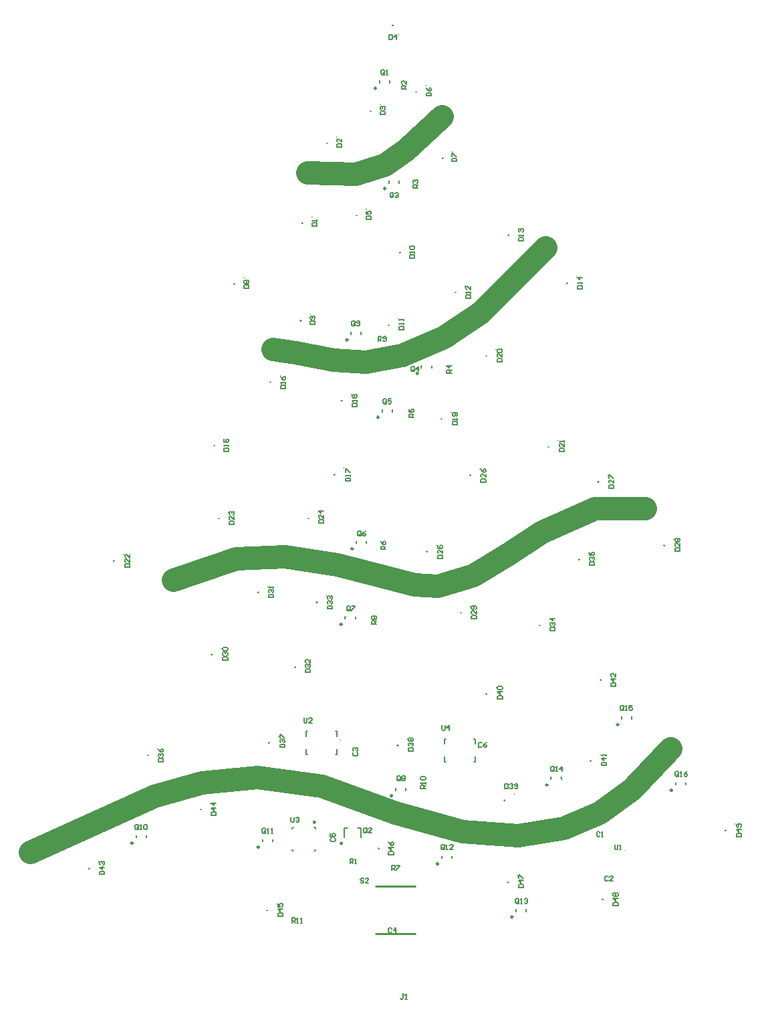
<source format=gbr>
%TF.GenerationSoftware,Altium Limited,Altium Designer,21.4.1 (30)*%
G04 Layer_Color=65535*
%FSLAX26Y26*%
%MOIN*%
%TF.SameCoordinates,C79CEFAC-E130-474B-83DD-F1A68A00FB65*%
%TF.FilePolarity,Positive*%
%TF.FileFunction,Legend,Top*%
%TF.Part,Single*%
G01*
G75*
%TA.AperFunction,NonConductor*%
%ADD39C,0.010000*%
%ADD40C,0.005000*%
%ADD41C,0.006000*%
%ADD47C,0.003937*%
%ADD48C,0.009842*%
%ADD49C,0.007874*%
%ADD50C,0.118110*%
D39*
X-98425Y848890D02*
X98425D01*
X-98425Y1085110D02*
X98425D01*
D40*
X1695100Y1394000D02*
G03*
X1695100Y1394000I-100J0D01*
G01*
X414530Y1775322D02*
G03*
X414530Y1775322I-10J0D01*
G01*
X-274470Y1812322D02*
G03*
X-274470Y1812322I-10J0D01*
G01*
X-72900Y4979000D02*
G03*
X-72900Y4979000I-100J0D01*
G01*
X19100Y5327000D02*
G03*
X19100Y5327000I-100J0D01*
G01*
X-143900Y4458000D02*
G03*
X-143900Y4458000I-100J0D01*
G01*
X-413900Y4419299D02*
G03*
X-413900Y4419299I-100J0D01*
G01*
X154100Y5075000D02*
G03*
X154100Y5075000I-100J0D01*
G01*
X286100Y4744000D02*
G03*
X286100Y4744000I-100J0D01*
G01*
X-754900Y4116000D02*
G03*
X-754900Y4116000I-100J0D01*
G01*
X-421900Y3934299D02*
G03*
X-421900Y3934299I-100J0D01*
G01*
X72100Y4273299D02*
G03*
X72100Y4273299I-100J0D01*
G01*
X16100Y3912000D02*
G03*
X16100Y3912000I-100J0D01*
G01*
X349100Y4075000D02*
G03*
X349100Y4075000I-100J0D01*
G01*
X614100Y4360701D02*
G03*
X614100Y4360701I-100J0D01*
G01*
X905100Y4120701D02*
G03*
X905100Y4120701I-100J0D01*
G01*
X-854900Y3312299D02*
G03*
X-854900Y3312299I-100J0D01*
G01*
X-572900Y3628000D02*
G03*
X-572900Y3628000I-100J0D01*
G01*
X-254900Y3167000D02*
G03*
X-254900Y3167000I-100J0D01*
G01*
X-218900Y3535299D02*
G03*
X-218900Y3535299I-100J0D01*
G01*
X280100Y3444701D02*
G03*
X280100Y3444701I-100J0D01*
G01*
X503100Y3759000D02*
G03*
X503100Y3759000I-100J0D01*
G01*
X813100Y3305701D02*
G03*
X813100Y3305701I-100J0D01*
G01*
X-1353900Y2737299D02*
G03*
X-1353900Y2737299I-100J0D01*
G01*
X-830900Y2948299D02*
G03*
X-830900Y2948299I-100J0D01*
G01*
X-382900Y2949000D02*
G03*
X-382900Y2949000I-100J0D01*
G01*
X207100Y2783299D02*
G03*
X207100Y2783299I-100J0D01*
G01*
X424100Y3163000D02*
G03*
X424100Y3163000I-100J0D01*
G01*
X1061100Y3129701D02*
G03*
X1061100Y3129701I-100J0D01*
G01*
X1390100Y2812701D02*
G03*
X1390100Y2812701I-100J0D01*
G01*
X-866900Y2270299D02*
G03*
X-866900Y2270299I-100J0D01*
G01*
X-633900Y2579299D02*
G03*
X-633900Y2579299I-100J0D01*
G01*
X-449900Y2206299D02*
G03*
X-449900Y2206299I-100J0D01*
G01*
X-341900Y2530000D02*
G03*
X-341900Y2530000I-100J0D01*
G01*
X376100Y2478000D02*
G03*
X376100Y2478000I-100J0D01*
G01*
X769100Y2415299D02*
G03*
X769100Y2415299I-100J0D01*
G01*
X965100Y2743299D02*
G03*
X965100Y2743299I-100J0D01*
G01*
X-1182900Y1769000D02*
G03*
X-1182900Y1769000I-100J0D01*
G01*
X-580900Y1830000D02*
G03*
X-580900Y1830000I-100J0D01*
G01*
X61100Y1816299D02*
G03*
X61100Y1816299I-100J0D01*
G01*
X594100Y1543299D02*
G03*
X594100Y1543299I-100J0D01*
G01*
X504100Y2074299D02*
G03*
X504100Y2074299I-100J0D01*
G01*
X1023100Y1739299D02*
G03*
X1023100Y1739299I-100J0D01*
G01*
X1074100Y2143000D02*
G03*
X1074100Y2143000I-100J0D01*
G01*
X-1477900Y1204000D02*
G03*
X-1477900Y1204000I-100J0D01*
G01*
X-920900Y1498000D02*
G03*
X-920900Y1498000I-100J0D01*
G01*
X-589900Y995000D02*
G03*
X-589900Y995000I-100J0D01*
G01*
X-32900Y1303299D02*
G03*
X-32900Y1303299I-100J0D01*
G01*
X611100Y1135000D02*
G03*
X611100Y1135000I-100J0D01*
G01*
X1083100Y1050701D02*
G03*
X1083100Y1050701I-100J0D01*
G01*
X-290900Y4818000D02*
G03*
X-290900Y4818000I-100J0D01*
G01*
X1645000Y1364000D02*
X1649000D01*
X1647000Y1362000D02*
X1649000Y1364000D01*
X1645000D02*
X1647000Y1362000D01*
X-123000Y4949000D02*
X-119000D01*
X-121000Y4947000D02*
X-119000Y4949000D01*
X-123000D02*
X-121000Y4947000D01*
X-13000Y5375000D02*
X-11000Y5377000D01*
X-13000Y5375000D02*
X-11000Y5373000D01*
Y5377000D01*
X-194000Y4428000D02*
X-190000D01*
X-192000Y4426000D02*
X-190000Y4428000D01*
X-194000D02*
X-192000Y4426000D01*
X-464000Y4389299D02*
X-462000Y4387299D01*
X-460000Y4389299D01*
X-464000D02*
X-460000D01*
X104000Y5045000D02*
X108000D01*
X106000Y5043000D02*
X108000Y5045000D01*
X104000D02*
X106000Y5043000D01*
X236000Y4714000D02*
X238000Y4712000D01*
X240000Y4714000D01*
X236000D02*
X240000D01*
X-805000Y4086000D02*
X-801000D01*
X-803000Y4084000D02*
X-801000Y4086000D01*
X-805000D02*
X-803000Y4084000D01*
X-472000Y3904299D02*
X-470000Y3902299D01*
X-468000Y3904299D01*
X-472000D02*
X-468000D01*
X22000Y4243299D02*
X26000D01*
X24000Y4241299D02*
X26000Y4243299D01*
X22000D02*
X24000Y4241299D01*
X-34000Y3882000D02*
X-32000Y3880000D01*
X-30000Y3882000D01*
X-34000D02*
X-30000D01*
X299000Y4045000D02*
X303000D01*
X301000Y4043000D02*
X303000Y4045000D01*
X299000D02*
X301000Y4043000D01*
X564000Y4330701D02*
X566000Y4328701D01*
X568000Y4330701D01*
X564000D02*
X568000D01*
X855000Y4090701D02*
X859000D01*
X857000Y4088701D02*
X859000Y4090701D01*
X855000D02*
X857000Y4088701D01*
X-905000Y3282299D02*
X-903000Y3280299D01*
X-901000Y3282299D01*
X-905000D02*
X-901000D01*
X-623000Y3598000D02*
X-619000D01*
X-621000Y3596000D02*
X-619000Y3598000D01*
X-623000D02*
X-621000Y3596000D01*
X-305000Y3137000D02*
X-303000Y3135000D01*
X-301000Y3137000D01*
X-305000D02*
X-301000D01*
X-269000Y3505299D02*
X-265000D01*
X-267000Y3503299D02*
X-265000Y3505299D01*
X-269000D02*
X-267000Y3503299D01*
X230000Y3414701D02*
X232000Y3412701D01*
X234000Y3414701D01*
X230000D02*
X234000D01*
X453000Y3729000D02*
X457000D01*
X455000Y3727000D02*
X457000Y3729000D01*
X453000D02*
X455000Y3727000D01*
X763000Y3275701D02*
X765000Y3273701D01*
X767000Y3275701D01*
X763000D02*
X767000D01*
X-1404000Y2707299D02*
X-1400000D01*
X-1402000Y2705299D02*
X-1400000Y2707299D01*
X-1404000D02*
X-1402000Y2705299D01*
X-881000Y2918299D02*
X-879000Y2916299D01*
X-877000Y2918299D01*
X-881000D02*
X-877000D01*
X-433000Y2919000D02*
X-429000D01*
X-431000Y2917000D02*
X-429000Y2919000D01*
X-433000D02*
X-431000Y2917000D01*
X157000Y2753299D02*
X159000Y2751299D01*
X161000Y2753299D01*
X157000D02*
X161000D01*
X374000Y3133000D02*
X378000D01*
X376000Y3131000D02*
X378000Y3133000D01*
X374000D02*
X376000Y3131000D01*
X1011000Y3099701D02*
X1013000Y3097701D01*
X1015000Y3099701D01*
X1011000D02*
X1015000D01*
X1340000Y2782701D02*
X1344000D01*
X1342000Y2780701D02*
X1344000Y2782701D01*
X1340000D02*
X1342000Y2780701D01*
X-917000Y2240299D02*
X-915000Y2238299D01*
X-913000Y2240299D01*
X-917000D02*
X-913000D01*
X-684000Y2549299D02*
X-680000D01*
X-682000Y2547299D02*
X-680000Y2549299D01*
X-684000D02*
X-682000Y2547299D01*
X-500000Y2176299D02*
X-498000Y2174299D01*
X-496000Y2176299D01*
X-500000D02*
X-496000D01*
X-392000Y2500000D02*
X-388000D01*
X-390000Y2498000D02*
X-388000Y2500000D01*
X-392000D02*
X-390000Y2498000D01*
X326000Y2448000D02*
X328000Y2446000D01*
X330000Y2448000D01*
X326000D02*
X330000D01*
X719000Y2385299D02*
X723000D01*
X721000Y2383299D02*
X723000Y2385299D01*
X719000D02*
X721000Y2383299D01*
X915000Y2713299D02*
X917000Y2711299D01*
X919000Y2713299D01*
X915000D02*
X919000D01*
X-1233000Y1739000D02*
X-1229000D01*
X-1231000Y1737000D02*
X-1229000Y1739000D01*
X-1233000D02*
X-1231000Y1737000D01*
X-631000Y1800000D02*
X-629000Y1798000D01*
X-627000Y1800000D01*
X-631000D02*
X-627000D01*
X11000Y1786299D02*
X15000D01*
X13000Y1784299D02*
X15000Y1786299D01*
X11000D02*
X13000Y1784299D01*
X544000Y1513299D02*
X546000Y1511299D01*
X548000Y1513299D01*
X544000D02*
X548000D01*
X454000Y2044299D02*
X458000D01*
X456000Y2042299D02*
X458000Y2044299D01*
X454000D02*
X456000Y2042299D01*
X973000Y1709299D02*
X975000Y1707299D01*
X977000Y1709299D01*
X973000D02*
X977000D01*
X1024000Y2113000D02*
X1028000D01*
X1026000Y2111000D02*
X1028000Y2113000D01*
X1024000D02*
X1026000Y2111000D01*
X-1528000Y1174000D02*
X-1526000Y1172000D01*
X-1524000Y1174000D01*
X-1528000D02*
X-1524000D01*
X-971000Y1468000D02*
X-967000D01*
X-969000Y1466000D02*
X-967000Y1468000D01*
X-971000D02*
X-969000Y1466000D01*
X-640000Y965000D02*
X-638000Y963000D01*
X-636000Y965000D01*
X-640000D02*
X-636000D01*
X-83000Y1273299D02*
X-79000D01*
X-81000Y1271299D02*
X-79000Y1273299D01*
X-83000D02*
X-81000Y1271299D01*
X561000Y1105000D02*
X563000Y1103000D01*
X565000Y1105000D01*
X561000D02*
X565000D01*
X1033000Y1020701D02*
X1037000D01*
X1035000Y1018701D02*
X1037000Y1020701D01*
X1033000D02*
X1035000Y1018701D01*
X-341000Y4788000D02*
X-337000D01*
X-339000Y4786000D02*
X-337000Y4788000D01*
X-341000D02*
X-339000Y4786000D01*
D41*
X-513991Y902004D02*
Y925996D01*
X-501995D01*
X-497997Y921997D01*
Y914000D01*
X-501995Y910001D01*
X-513991D01*
X-505994D02*
X-497997Y902004D01*
X-489999D02*
X-482002D01*
X-486001D01*
Y925996D01*
X-489999Y921997D01*
X-470006Y902004D02*
X-462008D01*
X-466007D01*
Y925996D01*
X-470006Y921997D01*
X234000Y1885992D02*
Y1865999D01*
X237999Y1862000D01*
X245996D01*
X249995Y1865999D01*
Y1885992D01*
X269988Y1862000D02*
Y1885992D01*
X257992Y1873996D01*
X273987D01*
X-455000Y1922992D02*
Y1902999D01*
X-451001Y1899000D01*
X-443004D01*
X-439005Y1902999D01*
Y1922992D01*
X-415013Y1899000D02*
X-431008D01*
X-415013Y1914995D01*
Y1918994D01*
X-419012Y1922992D01*
X-427009D01*
X-431008Y1918994D01*
X1095005Y1290996D02*
Y1271003D01*
X1099004Y1267004D01*
X1107001D01*
X1111000Y1271003D01*
Y1290996D01*
X1118997Y1267004D02*
X1126995D01*
X1122996D01*
Y1290996D01*
X1118997Y1286997D01*
X-518994Y1426996D02*
Y1407003D01*
X-514995Y1403004D01*
X-506997D01*
X-502999Y1407003D01*
Y1426996D01*
X-495001Y1422997D02*
X-491003Y1426996D01*
X-483005D01*
X-479007Y1422997D01*
Y1418999D01*
X-483005Y1415000D01*
X-487004D01*
X-483005D01*
X-479007Y1411001D01*
Y1407003D01*
X-483005Y1403004D01*
X-491003D01*
X-495001Y1407003D01*
X-199999Y3882003D02*
Y3897997D01*
X-203997Y3901996D01*
X-211995D01*
X-215994Y3897997D01*
Y3882003D01*
X-211995Y3878004D01*
X-203997D01*
X-207996Y3886001D02*
X-199999Y3878004D01*
X-203997D02*
X-199999Y3882003D01*
X-192001D02*
X-188003Y3878004D01*
X-180005D01*
X-176006Y3882003D01*
Y3897997D01*
X-180005Y3901996D01*
X-188003D01*
X-192001Y3897997D01*
Y3893999D01*
X-188003Y3890000D01*
X-176006D01*
X-139999Y1355003D02*
Y1370997D01*
X-143997Y1374996D01*
X-151995D01*
X-155994Y1370997D01*
Y1355003D01*
X-151995Y1351004D01*
X-143997D01*
X-147996Y1359001D02*
X-139999Y1351004D01*
X-143997D02*
X-139999Y1355003D01*
X-116007Y1351004D02*
X-132001D01*
X-116007Y1366999D01*
Y1370997D01*
X-120005Y1374996D01*
X-128003D01*
X-132001Y1370997D01*
X1020995Y1351994D02*
X1016996Y1355992D01*
X1008999D01*
X1005000Y1351994D01*
Y1335999D01*
X1008999Y1332000D01*
X1016996D01*
X1020995Y1335999D01*
X1028992Y1332000D02*
X1036990D01*
X1032991D01*
Y1355992D01*
X1028992Y1351994D01*
X1062001Y1129997D02*
X1058003Y1133996D01*
X1050005D01*
X1046006Y1129997D01*
Y1114003D01*
X1050005Y1110004D01*
X1058003D01*
X1062001Y1114003D01*
X1085994Y1110004D02*
X1069999D01*
X1085994Y1125999D01*
Y1129997D01*
X1081995Y1133996D01*
X1073997D01*
X1069999Y1129997D01*
X-155999Y1119997D02*
X-159997Y1123996D01*
X-167995D01*
X-171994Y1119997D01*
Y1115999D01*
X-167995Y1112000D01*
X-159997D01*
X-155999Y1108001D01*
Y1104003D01*
X-159997Y1100004D01*
X-167995D01*
X-171994Y1104003D01*
X-132006Y1100004D02*
X-148001D01*
X-132006Y1115999D01*
Y1119997D01*
X-136005Y1123996D01*
X-144003D01*
X-148001Y1119997D01*
X-84993Y3801004D02*
Y3824996D01*
X-72997D01*
X-68999Y3820997D01*
Y3813000D01*
X-72997Y3809001D01*
X-84993D01*
X-76996D02*
X-68999Y3801004D01*
X-61001Y3805003D02*
X-57003Y3801004D01*
X-49005D01*
X-45007Y3805003D01*
Y3820997D01*
X-49005Y3824996D01*
X-57003D01*
X-61001Y3820997D01*
Y3816999D01*
X-57003Y3813000D01*
X-45007D01*
X1414005Y1636003D02*
Y1651997D01*
X1410006Y1655996D01*
X1402008D01*
X1398010Y1651997D01*
Y1636003D01*
X1402008Y1632004D01*
X1410006D01*
X1406007Y1640001D02*
X1414005Y1632004D01*
X1410006D02*
X1414005Y1636003D01*
X1422002Y1632004D02*
X1429999D01*
X1426001D01*
Y1655996D01*
X1422002Y1651997D01*
X1457990Y1655996D02*
X1449993Y1651997D01*
X1441995Y1644000D01*
Y1636003D01*
X1445994Y1632004D01*
X1453992D01*
X1457990Y1636003D01*
Y1640001D01*
X1453992Y1644000D01*
X1441995D01*
X151996Y1571010D02*
X128004D01*
Y1583006D01*
X132003Y1587005D01*
X140000D01*
X143999Y1583006D01*
Y1571010D01*
Y1579007D02*
X151996Y1587005D01*
Y1595002D02*
Y1602999D01*
Y1599001D01*
X128004D01*
X132003Y1595002D01*
Y1614995D02*
X128004Y1618994D01*
Y1626992D01*
X132003Y1630990D01*
X147997D01*
X151996Y1626992D01*
Y1618994D01*
X147997Y1614995D01*
X132003D01*
X-92004Y2390006D02*
X-115996D01*
Y2402003D01*
X-111998Y2406001D01*
X-104000D01*
X-100001Y2402003D01*
Y2390006D01*
Y2398004D02*
X-92004Y2406001D01*
X-111998Y2413999D02*
X-115996Y2417997D01*
Y2425995D01*
X-111998Y2429994D01*
X-107999D01*
X-104000Y2425995D01*
X-100001Y2429994D01*
X-96003D01*
X-92004Y2425995D01*
Y2417997D01*
X-96003Y2413999D01*
X-100001D01*
X-104000Y2417997D01*
X-107999Y2413999D01*
X-111998D01*
X-104000Y2417997D02*
Y2425995D01*
X-16994Y1164004D02*
Y1187996D01*
X-4997D01*
X-999Y1183997D01*
Y1176000D01*
X-4997Y1172001D01*
X-16994D01*
X-8996D02*
X-999Y1164004D01*
X6999Y1187996D02*
X22994D01*
Y1183997D01*
X6999Y1168003D01*
Y1164004D01*
X-47004Y2763006D02*
X-70996D01*
Y2775003D01*
X-66998Y2779001D01*
X-59000D01*
X-55002Y2775003D01*
Y2763006D01*
Y2771004D02*
X-47004Y2779001D01*
X-70996Y2802994D02*
X-66998Y2794996D01*
X-59000Y2786999D01*
X-51003D01*
X-47004Y2790997D01*
Y2798995D01*
X-51003Y2802994D01*
X-55002D01*
X-59000Y2798995D01*
Y2786999D01*
X93996Y3422006D02*
X70004D01*
Y3434003D01*
X74002Y3438001D01*
X82000D01*
X85999Y3434003D01*
Y3422006D01*
Y3430004D02*
X93996Y3438001D01*
X70004Y3461994D02*
Y3445999D01*
X82000D01*
X78001Y3453996D01*
Y3457995D01*
X82000Y3461994D01*
X89997D01*
X93996Y3457995D01*
Y3449997D01*
X89997Y3445999D01*
X281996Y3642006D02*
X258004D01*
Y3654003D01*
X262002Y3658001D01*
X270000D01*
X273998Y3654003D01*
Y3642006D01*
Y3650004D02*
X281996Y3658001D01*
Y3677995D02*
X258004D01*
X270000Y3665999D01*
Y3681994D01*
X112996Y4564007D02*
X89004D01*
Y4576003D01*
X93002Y4580001D01*
X101000D01*
X104999Y4576003D01*
Y4564007D01*
Y4572004D02*
X112996Y4580001D01*
X93002Y4587999D02*
X89004Y4591997D01*
Y4599995D01*
X93002Y4603993D01*
X97001D01*
X101000Y4599995D01*
Y4595996D01*
Y4599995D01*
X104999Y4603993D01*
X108997D01*
X112996Y4599995D01*
Y4591997D01*
X108997Y4587999D01*
X57996Y5058007D02*
X34004D01*
Y5070003D01*
X38002Y5074001D01*
X46000D01*
X49998Y5070003D01*
Y5058007D01*
Y5066004D02*
X57996Y5074001D01*
Y5097993D02*
Y5081999D01*
X42001Y5097993D01*
X38002D01*
X34004Y5093995D01*
Y5085997D01*
X38002Y5081999D01*
X-224995Y1196004D02*
Y1219996D01*
X-212999D01*
X-209000Y1215997D01*
Y1208000D01*
X-212999Y1204001D01*
X-224995D01*
X-216997D02*
X-209000Y1196004D01*
X-201003D02*
X-193005D01*
X-197004D01*
Y1219996D01*
X-201003Y1215997D01*
X1140005Y1964003D02*
Y1979997D01*
X1136006Y1983996D01*
X1128008D01*
X1124010Y1979997D01*
Y1964003D01*
X1128008Y1960004D01*
X1136006D01*
X1132007Y1968001D02*
X1140005Y1960004D01*
X1136006D02*
X1140005Y1964003D01*
X1148002Y1960004D02*
X1155999D01*
X1152001D01*
Y1983996D01*
X1148002Y1979997D01*
X1183990Y1983996D02*
X1167995D01*
Y1972000D01*
X1175993Y1975999D01*
X1179992D01*
X1183990Y1972000D01*
Y1964003D01*
X1179992Y1960004D01*
X1171994D01*
X1167995Y1964003D01*
X793005Y1661003D02*
Y1676997D01*
X789006Y1680996D01*
X781009D01*
X777010Y1676997D01*
Y1661003D01*
X781009Y1657004D01*
X789006D01*
X785007Y1665001D02*
X793005Y1657004D01*
X789006D02*
X793005Y1661003D01*
X801002Y1657004D02*
X808999D01*
X805001D01*
Y1680996D01*
X801002Y1676997D01*
X832992Y1657004D02*
Y1680996D01*
X820995Y1669000D01*
X836990D01*
X617005Y1003003D02*
Y1018997D01*
X613006Y1022996D01*
X605009D01*
X601010Y1018997D01*
Y1003003D01*
X605009Y999004D01*
X613006D01*
X609007Y1007001D02*
X617005Y999004D01*
X613006D02*
X617005Y1003003D01*
X625002Y999004D02*
X632999D01*
X629001D01*
Y1022996D01*
X625002Y1018997D01*
X644995D02*
X648994Y1022996D01*
X656992D01*
X660990Y1018997D01*
Y1014999D01*
X656992Y1011000D01*
X652993D01*
X656992D01*
X660990Y1007001D01*
Y1003003D01*
X656992Y999004D01*
X648994D01*
X644995Y1003003D01*
X246005Y1272003D02*
Y1287997D01*
X242006Y1291996D01*
X234008D01*
X230010Y1287997D01*
Y1272003D01*
X234008Y1268004D01*
X242006D01*
X238007Y1276001D02*
X246005Y1268004D01*
X242006D02*
X246005Y1272003D01*
X254002Y1268004D02*
X261999D01*
X258001D01*
Y1291996D01*
X254002Y1287997D01*
X289990Y1268004D02*
X273995D01*
X289990Y1283999D01*
Y1287997D01*
X285992Y1291996D01*
X277994D01*
X273995Y1287997D01*
X-645997Y1353003D02*
Y1368997D01*
X-649995Y1372996D01*
X-657993D01*
X-661991Y1368997D01*
Y1353003D01*
X-657993Y1349004D01*
X-649995D01*
X-653994Y1357001D02*
X-645997Y1349004D01*
X-649995D02*
X-645997Y1353003D01*
X-637999Y1349004D02*
X-630002D01*
X-634001D01*
Y1372996D01*
X-637999Y1368997D01*
X-618006Y1349004D02*
X-610008D01*
X-614007D01*
Y1372996D01*
X-618006Y1368997D01*
X-1279995Y1372003D02*
Y1387997D01*
X-1283994Y1391996D01*
X-1291992D01*
X-1295990Y1387997D01*
Y1372003D01*
X-1291992Y1368004D01*
X-1283994D01*
X-1287993Y1376001D02*
X-1279995Y1368004D01*
X-1283994D02*
X-1279995Y1372003D01*
X-1271998Y1368004D02*
X-1264001D01*
X-1267999D01*
Y1391996D01*
X-1271998Y1387997D01*
X-1252005D02*
X-1248006Y1391996D01*
X-1240008D01*
X-1236010Y1387997D01*
Y1372003D01*
X-1240008Y1368004D01*
X-1248006D01*
X-1252005Y1372003D01*
Y1387997D01*
X25001Y1613798D02*
Y1629793D01*
X21003Y1633791D01*
X13005D01*
X9007Y1629793D01*
Y1613798D01*
X13005Y1609799D01*
X21003D01*
X17004Y1617797D02*
X25001Y1609799D01*
X21003D02*
X25001Y1613798D01*
X32999Y1629793D02*
X36997Y1633791D01*
X44995D01*
X48993Y1629793D01*
Y1625794D01*
X44995Y1621795D01*
X48993Y1617797D01*
Y1613798D01*
X44995Y1609799D01*
X36997D01*
X32999Y1613798D01*
Y1617797D01*
X36997Y1621795D01*
X32999Y1625794D01*
Y1629793D01*
X36997Y1621795D02*
X44995D01*
X-224999Y2460003D02*
Y2475997D01*
X-228997Y2479996D01*
X-236995D01*
X-240994Y2475997D01*
Y2460003D01*
X-236995Y2456004D01*
X-228997D01*
X-232996Y2464001D02*
X-224999Y2456004D01*
X-228997D02*
X-224999Y2460003D01*
X-217001Y2479996D02*
X-201006D01*
Y2475997D01*
X-217001Y2460003D01*
Y2456004D01*
X-170999Y2834003D02*
Y2849997D01*
X-174997Y2853996D01*
X-182995D01*
X-186994Y2849997D01*
Y2834003D01*
X-182995Y2830004D01*
X-174997D01*
X-178996Y2838001D02*
X-170999Y2830004D01*
X-174997D02*
X-170999Y2834003D01*
X-147006Y2853996D02*
X-155004Y2849997D01*
X-163001Y2842000D01*
Y2834003D01*
X-159003Y2830004D01*
X-151005D01*
X-147006Y2834003D01*
Y2838001D01*
X-151005Y2842000D01*
X-163001D01*
X-42999Y3493003D02*
Y3508997D01*
X-46997Y3512996D01*
X-54995D01*
X-58993Y3508997D01*
Y3493003D01*
X-54995Y3489004D01*
X-46997D01*
X-50996Y3497001D02*
X-42999Y3489004D01*
X-46997D02*
X-42999Y3493003D01*
X-19006Y3512996D02*
X-35001D01*
Y3501000D01*
X-27004Y3504999D01*
X-23005D01*
X-19006Y3501000D01*
Y3493003D01*
X-23005Y3489004D01*
X-31003D01*
X-35001Y3493003D01*
X96001Y3654003D02*
Y3669997D01*
X92003Y3673996D01*
X84005D01*
X80007Y3669997D01*
Y3654003D01*
X84005Y3650004D01*
X92003D01*
X88004Y3658001D02*
X96001Y3650004D01*
X92003D02*
X96001Y3654003D01*
X115995Y3650004D02*
Y3673996D01*
X103999Y3662000D01*
X119993D01*
X-8999Y4520003D02*
Y4535997D01*
X-12997Y4539996D01*
X-20995D01*
X-24994Y4535997D01*
Y4520003D01*
X-20995Y4516004D01*
X-12997D01*
X-16996Y4524001D02*
X-8999Y4516004D01*
X-12997D02*
X-8999Y4520003D01*
X-1001Y4535997D02*
X2997Y4539996D01*
X10995D01*
X14993Y4535997D01*
Y4531999D01*
X10995Y4528000D01*
X6996D01*
X10995D01*
X14993Y4524001D01*
Y4520003D01*
X10995Y4516004D01*
X2997D01*
X-1001Y4520003D01*
X-53000Y5133003D02*
Y5148997D01*
X-56999Y5152996D01*
X-64996D01*
X-68995Y5148997D01*
Y5133003D01*
X-64996Y5129004D01*
X-56999D01*
X-60997Y5137001D02*
X-53000Y5129004D01*
X-56999D02*
X-53000Y5133003D01*
X-45003Y5129004D02*
X-37005D01*
X-41004D01*
Y5152996D01*
X-45003Y5148997D01*
X-290996Y4769007D02*
X-267004D01*
Y4781003D01*
X-271003Y4785001D01*
X-286998D01*
X-290996Y4781003D01*
Y4769007D01*
X-267004Y4808993D02*
Y4792999D01*
X-282999Y4808993D01*
X-286998D01*
X-290996Y4804995D01*
Y4796997D01*
X-286998Y4792999D01*
X1702004Y1331010D02*
X1725996D01*
Y1343006D01*
X1721997Y1347005D01*
X1706003D01*
X1702004Y1343006D01*
Y1331010D01*
X1725996Y1366999D02*
X1702004D01*
X1714000Y1355003D01*
Y1370997D01*
X1721997Y1378995D02*
X1725996Y1382993D01*
Y1390991D01*
X1721997Y1394989D01*
X1706003D01*
X1702004Y1390991D01*
Y1382993D01*
X1706003Y1378995D01*
X1710001D01*
X1714000Y1382993D01*
Y1394989D01*
X1088004Y987010D02*
X1111996D01*
Y999006D01*
X1107997Y1003005D01*
X1092003D01*
X1088004Y999006D01*
Y987010D01*
X1111996Y1022999D02*
X1088004D01*
X1100000Y1011003D01*
Y1026997D01*
X1092003Y1034995D02*
X1088004Y1038993D01*
Y1046991D01*
X1092003Y1050989D01*
X1096001D01*
X1100000Y1046991D01*
X1103999Y1050989D01*
X1107997D01*
X1111996Y1046991D01*
Y1038993D01*
X1107997Y1034995D01*
X1103999D01*
X1100000Y1038993D01*
X1096001Y1034995D01*
X1092003D01*
X1100000Y1038993D02*
Y1046991D01*
X616004Y1077010D02*
X639996D01*
Y1089006D01*
X635997Y1093005D01*
X620003D01*
X616004Y1089006D01*
Y1077010D01*
X639996Y1112999D02*
X616004D01*
X628000Y1101003D01*
Y1116997D01*
X616004Y1124995D02*
Y1140989D01*
X620003D01*
X635997Y1124995D01*
X639996D01*
X-31996Y1241010D02*
X-8004D01*
Y1253006D01*
X-12003Y1257005D01*
X-27997D01*
X-31996Y1253006D01*
Y1241010D01*
X-8004Y1276999D02*
X-31996D01*
X-20000Y1265003D01*
Y1280997D01*
X-31996Y1304989D02*
X-27997Y1296992D01*
X-20000Y1288995D01*
X-12003D01*
X-8004Y1292993D01*
Y1300991D01*
X-12003Y1304989D01*
X-16001D01*
X-20000Y1300991D01*
Y1288995D01*
X-584996Y934010D02*
X-561004D01*
Y946006D01*
X-565003Y950005D01*
X-580997D01*
X-584996Y946006D01*
Y934010D01*
X-561004Y969999D02*
X-584996D01*
X-573000Y958003D01*
Y973997D01*
X-584996Y997990D02*
Y981995D01*
X-573000D01*
X-576999Y989992D01*
Y993991D01*
X-573000Y997990D01*
X-565003D01*
X-561004Y993991D01*
Y985993D01*
X-565003Y981995D01*
X-916996Y1438010D02*
X-893004D01*
Y1450006D01*
X-897003Y1454005D01*
X-912997D01*
X-916996Y1450006D01*
Y1438010D01*
X-893004Y1473999D02*
X-916996D01*
X-905000Y1462003D01*
Y1477997D01*
X-893004Y1497991D02*
X-916996D01*
X-905000Y1485995D01*
Y1501989D01*
X-1472996Y1143010D02*
X-1449004D01*
Y1155006D01*
X-1453003Y1159005D01*
X-1468997D01*
X-1472996Y1155006D01*
Y1143010D01*
X-1449004Y1178999D02*
X-1472996D01*
X-1461000Y1167003D01*
Y1182997D01*
X-1468997Y1190995D02*
X-1472996Y1194993D01*
Y1202991D01*
X-1468997Y1206989D01*
X-1464999D01*
X-1461000Y1202991D01*
Y1198992D01*
Y1202991D01*
X-1457001Y1206989D01*
X-1453003D01*
X-1449004Y1202991D01*
Y1194993D01*
X-1453003Y1190995D01*
X1077004Y2081010D02*
X1100996D01*
Y2093006D01*
X1096997Y2097005D01*
X1081003D01*
X1077004Y2093006D01*
Y2081010D01*
X1100996Y2116999D02*
X1077004D01*
X1089000Y2105003D01*
Y2120997D01*
X1100996Y2144990D02*
Y2128995D01*
X1085001Y2144990D01*
X1081003D01*
X1077004Y2140991D01*
Y2132993D01*
X1081003Y2128995D01*
X1029004Y1686009D02*
X1052996D01*
Y1698005D01*
X1048997Y1702004D01*
X1033002D01*
X1029004Y1698005D01*
Y1686009D01*
X1052996Y1721997D02*
X1029004D01*
X1041000Y1710001D01*
Y1725996D01*
X1052996Y1733994D02*
Y1741991D01*
Y1737992D01*
X1029004D01*
X1033002Y1733994D01*
X511004Y2017010D02*
X534996D01*
Y2029006D01*
X530997Y2033005D01*
X515003D01*
X511004Y2029006D01*
Y2017010D01*
X534996Y2052999D02*
X511004D01*
X523000Y2041003D01*
Y2056997D01*
X515003Y2064995D02*
X511004Y2068993D01*
Y2076991D01*
X515003Y2080990D01*
X530997D01*
X534996Y2076991D01*
Y2068993D01*
X530997Y2064995D01*
X515003D01*
X547000Y1594992D02*
Y1571000D01*
X558996D01*
X562995Y1574999D01*
Y1590994D01*
X558996Y1594992D01*
X547000D01*
X570992Y1590994D02*
X574991Y1594992D01*
X582988D01*
X586987Y1590994D01*
Y1586995D01*
X582988Y1582996D01*
X578990D01*
X582988D01*
X586987Y1578997D01*
Y1574999D01*
X582988Y1571000D01*
X574991D01*
X570992Y1574999D01*
X594984D02*
X598983Y1571000D01*
X606981D01*
X610979Y1574999D01*
Y1590994D01*
X606981Y1594992D01*
X598983D01*
X594984Y1590994D01*
Y1586995D01*
X598983Y1582996D01*
X610979D01*
X67004Y1759010D02*
X90996D01*
Y1771006D01*
X86997Y1775005D01*
X71002D01*
X67004Y1771006D01*
Y1759010D01*
X71002Y1783003D02*
X67004Y1787001D01*
Y1794999D01*
X71002Y1798997D01*
X75001D01*
X79000Y1794999D01*
Y1791000D01*
Y1794999D01*
X82999Y1798997D01*
X86997D01*
X90996Y1794999D01*
Y1787001D01*
X86997Y1783003D01*
X71002Y1806995D02*
X67004Y1810993D01*
Y1818991D01*
X71002Y1822989D01*
X75001D01*
X79000Y1818991D01*
X82999Y1822989D01*
X86997D01*
X90996Y1818991D01*
Y1810993D01*
X86997Y1806995D01*
X82999D01*
X79000Y1810993D01*
X75001Y1806995D01*
X71002D01*
X79000Y1810993D02*
Y1818991D01*
X-572996Y1776010D02*
X-549004D01*
Y1788006D01*
X-553003Y1792005D01*
X-568997D01*
X-572996Y1788006D01*
Y1776010D01*
X-568997Y1800003D02*
X-572996Y1804001D01*
Y1811999D01*
X-568997Y1815997D01*
X-564999D01*
X-561000Y1811999D01*
Y1808000D01*
Y1811999D01*
X-557001Y1815997D01*
X-553003D01*
X-549004Y1811999D01*
Y1804001D01*
X-553003Y1800003D01*
X-572996Y1823995D02*
Y1839989D01*
X-568997D01*
X-553003Y1823995D01*
X-549004D01*
X-1180996Y1705010D02*
X-1157004D01*
Y1717006D01*
X-1161003Y1721005D01*
X-1176997D01*
X-1180996Y1717006D01*
Y1705010D01*
X-1176997Y1729003D02*
X-1180996Y1733001D01*
Y1740999D01*
X-1176997Y1744997D01*
X-1172999D01*
X-1169000Y1740999D01*
Y1737000D01*
Y1740999D01*
X-1165001Y1744997D01*
X-1161003D01*
X-1157004Y1740999D01*
Y1733001D01*
X-1161003Y1729003D01*
X-1180996Y1768989D02*
X-1176997Y1760992D01*
X-1169000Y1752995D01*
X-1161003D01*
X-1157004Y1756993D01*
Y1764991D01*
X-1161003Y1768989D01*
X-1165001D01*
X-1169000Y1764991D01*
Y1752995D01*
X970004Y2685010D02*
X993996D01*
Y2697006D01*
X989997Y2701005D01*
X974003D01*
X970004Y2697006D01*
Y2685010D01*
X974003Y2709003D02*
X970004Y2713001D01*
Y2720999D01*
X974003Y2724997D01*
X978001D01*
X982000Y2720999D01*
Y2717000D01*
Y2720999D01*
X985999Y2724997D01*
X989997D01*
X993996Y2720999D01*
Y2713001D01*
X989997Y2709003D01*
X970004Y2748990D02*
Y2732995D01*
X982000D01*
X978001Y2740992D01*
Y2744991D01*
X982000Y2748990D01*
X989997D01*
X993996Y2744991D01*
Y2736993D01*
X989997Y2732995D01*
X774004Y2358010D02*
X797996D01*
Y2370006D01*
X793997Y2374005D01*
X778003D01*
X774004Y2370006D01*
Y2358010D01*
X778003Y2382003D02*
X774004Y2386001D01*
Y2393999D01*
X778003Y2397997D01*
X782001D01*
X786000Y2393999D01*
Y2390000D01*
Y2393999D01*
X789999Y2397997D01*
X793997D01*
X797996Y2393999D01*
Y2386001D01*
X793997Y2382003D01*
X797996Y2417991D02*
X774004D01*
X786000Y2405995D01*
Y2421990D01*
X381004Y2417010D02*
X404996D01*
Y2429006D01*
X400997Y2433005D01*
X385002D01*
X381004Y2429006D01*
Y2417010D01*
X404996Y2456997D02*
Y2441003D01*
X389001Y2456997D01*
X385002D01*
X381004Y2452999D01*
Y2445001D01*
X385002Y2441003D01*
X400997Y2464995D02*
X404996Y2468993D01*
Y2476991D01*
X400997Y2480990D01*
X385002D01*
X381004Y2476991D01*
Y2468993D01*
X385002Y2464995D01*
X389001D01*
X393000Y2468993D01*
Y2480990D01*
X-336996Y2466010D02*
X-313004D01*
Y2478006D01*
X-317003Y2482005D01*
X-332998D01*
X-336996Y2478006D01*
Y2466010D01*
X-332998Y2490003D02*
X-336996Y2494001D01*
Y2501999D01*
X-332998Y2505997D01*
X-328999D01*
X-325000Y2501999D01*
Y2498000D01*
Y2501999D01*
X-321001Y2505997D01*
X-317003D01*
X-313004Y2501999D01*
Y2494001D01*
X-317003Y2490003D01*
X-332998Y2513995D02*
X-336996Y2517993D01*
Y2525991D01*
X-332998Y2529990D01*
X-328999D01*
X-325000Y2525991D01*
Y2521992D01*
Y2525991D01*
X-321001Y2529990D01*
X-317003D01*
X-313004Y2525991D01*
Y2517993D01*
X-317003Y2513995D01*
X-445996Y2150010D02*
X-422004D01*
Y2162006D01*
X-426003Y2166005D01*
X-441998D01*
X-445996Y2162006D01*
Y2150010D01*
X-441998Y2174003D02*
X-445996Y2178001D01*
Y2185999D01*
X-441998Y2189997D01*
X-437999D01*
X-434000Y2185999D01*
Y2182000D01*
Y2185999D01*
X-430001Y2189997D01*
X-426003D01*
X-422004Y2185999D01*
Y2178001D01*
X-426003Y2174003D01*
X-422004Y2213990D02*
Y2197995D01*
X-437999Y2213990D01*
X-441998D01*
X-445996Y2209991D01*
Y2201993D01*
X-441998Y2197995D01*
X-629996Y2523009D02*
X-606004D01*
Y2535005D01*
X-610003Y2539004D01*
X-625998D01*
X-629996Y2535005D01*
Y2523009D01*
X-625998Y2547001D02*
X-629996Y2551000D01*
Y2558997D01*
X-625998Y2562996D01*
X-621999D01*
X-618000Y2558997D01*
Y2554999D01*
Y2558997D01*
X-614001Y2562996D01*
X-610003D01*
X-606004Y2558997D01*
Y2551000D01*
X-610003Y2547001D01*
X-606004Y2570994D02*
Y2578991D01*
Y2574992D01*
X-629996D01*
X-625998Y2570994D01*
X-858996Y2211010D02*
X-835004D01*
Y2223006D01*
X-839003Y2227005D01*
X-854997D01*
X-858996Y2223006D01*
Y2211010D01*
X-854997Y2235003D02*
X-858996Y2239001D01*
Y2246999D01*
X-854997Y2250997D01*
X-850999D01*
X-847000Y2246999D01*
Y2243000D01*
Y2246999D01*
X-843001Y2250997D01*
X-839003D01*
X-835004Y2246999D01*
Y2239001D01*
X-839003Y2235003D01*
X-854997Y2258995D02*
X-858996Y2262993D01*
Y2270991D01*
X-854997Y2274990D01*
X-839003D01*
X-835004Y2270991D01*
Y2262993D01*
X-839003Y2258995D01*
X-854997D01*
X1397004Y2754010D02*
X1420996D01*
Y2766006D01*
X1416997Y2770005D01*
X1401003D01*
X1397004Y2766006D01*
Y2754010D01*
X1420996Y2793997D02*
Y2778003D01*
X1405001Y2793997D01*
X1401003D01*
X1397004Y2789999D01*
Y2782001D01*
X1401003Y2778003D01*
Y2801995D02*
X1397004Y2805993D01*
Y2813991D01*
X1401003Y2817990D01*
X1405001D01*
X1409000Y2813991D01*
X1412999Y2817990D01*
X1416997D01*
X1420996Y2813991D01*
Y2805993D01*
X1416997Y2801995D01*
X1412999D01*
X1409000Y2805993D01*
X1405001Y2801995D01*
X1401003D01*
X1409000Y2805993D02*
Y2813991D01*
X1066004Y3069010D02*
X1089996D01*
Y3081006D01*
X1085997Y3085005D01*
X1070003D01*
X1066004Y3081006D01*
Y3069010D01*
X1089996Y3108997D02*
Y3093003D01*
X1074001Y3108997D01*
X1070003D01*
X1066004Y3104999D01*
Y3097001D01*
X1070003Y3093003D01*
X1066004Y3116995D02*
Y3132990D01*
X1070003D01*
X1085997Y3116995D01*
X1089996D01*
X428004Y3099010D02*
X451996D01*
Y3111006D01*
X447997Y3115005D01*
X432002D01*
X428004Y3111006D01*
Y3099010D01*
X451996Y3138997D02*
Y3123003D01*
X436001Y3138997D01*
X432002D01*
X428004Y3134999D01*
Y3127001D01*
X432002Y3123003D01*
X428004Y3162990D02*
X432002Y3154992D01*
X440000Y3146995D01*
X447997D01*
X451996Y3150993D01*
Y3158991D01*
X447997Y3162990D01*
X443999D01*
X440000Y3158991D01*
Y3146995D01*
X214004Y2719010D02*
X237996D01*
Y2731006D01*
X233997Y2735005D01*
X218002D01*
X214004Y2731006D01*
Y2719010D01*
X237996Y2758997D02*
Y2743003D01*
X222001Y2758997D01*
X218002D01*
X214004Y2754999D01*
Y2747001D01*
X218002Y2743003D01*
X214004Y2782990D02*
Y2766995D01*
X226000D01*
X222001Y2774992D01*
Y2778991D01*
X226000Y2782990D01*
X233997D01*
X237996Y2778991D01*
Y2770993D01*
X233997Y2766995D01*
X-380996Y2894711D02*
X-357004D01*
Y2906707D01*
X-361003Y2910706D01*
X-376998D01*
X-380996Y2906707D01*
Y2894711D01*
X-357004Y2934698D02*
Y2918703D01*
X-372999Y2934698D01*
X-376998D01*
X-380996Y2930699D01*
Y2922702D01*
X-376998Y2918703D01*
X-357004Y2954692D02*
X-380996D01*
X-369000Y2942695D01*
Y2958690D01*
X-826996Y2887010D02*
X-803004D01*
Y2899006D01*
X-807003Y2903005D01*
X-822997D01*
X-826996Y2899006D01*
Y2887010D01*
X-803004Y2926997D02*
Y2911003D01*
X-818999Y2926997D01*
X-822997D01*
X-826996Y2922999D01*
Y2915001D01*
X-822997Y2911003D01*
Y2934995D02*
X-826996Y2938993D01*
Y2946991D01*
X-822997Y2950990D01*
X-818999D01*
X-815000Y2946991D01*
Y2942992D01*
Y2946991D01*
X-811001Y2950990D01*
X-807003D01*
X-803004Y2946991D01*
Y2938993D01*
X-807003Y2934995D01*
X-1347996Y2674010D02*
X-1324004D01*
Y2686006D01*
X-1328003Y2690005D01*
X-1343997D01*
X-1347996Y2686006D01*
Y2674010D01*
X-1324004Y2713997D02*
Y2698003D01*
X-1339999Y2713997D01*
X-1343997D01*
X-1347996Y2709999D01*
Y2702001D01*
X-1343997Y2698003D01*
X-1324004Y2737990D02*
Y2721995D01*
X-1339999Y2737990D01*
X-1343997D01*
X-1347996Y2733991D01*
Y2725993D01*
X-1343997Y2721995D01*
X820004Y3250009D02*
X843996D01*
Y3262005D01*
X839997Y3266004D01*
X824002D01*
X820004Y3262005D01*
Y3250009D01*
X843996Y3289996D02*
Y3274001D01*
X828001Y3289996D01*
X824002D01*
X820004Y3285997D01*
Y3278000D01*
X824002Y3274001D01*
X843996Y3297994D02*
Y3305991D01*
Y3301992D01*
X820004D01*
X824002Y3297994D01*
X509004Y3697010D02*
X532996D01*
Y3709006D01*
X528997Y3713005D01*
X513003D01*
X509004Y3709006D01*
Y3697010D01*
X532996Y3736997D02*
Y3721003D01*
X517001Y3736997D01*
X513003D01*
X509004Y3732999D01*
Y3725001D01*
X513003Y3721003D01*
Y3744995D02*
X509004Y3748993D01*
Y3756991D01*
X513003Y3760990D01*
X528997D01*
X532996Y3756991D01*
Y3748993D01*
X528997Y3744995D01*
X513003D01*
X287004Y3384010D02*
X310996D01*
Y3396006D01*
X306997Y3400005D01*
X291003D01*
X287004Y3396006D01*
Y3384010D01*
X310996Y3408002D02*
Y3415999D01*
Y3412001D01*
X287004D01*
X291003Y3408002D01*
X306997Y3427995D02*
X310996Y3431994D01*
Y3439992D01*
X306997Y3443990D01*
X291003D01*
X287004Y3439992D01*
Y3431994D01*
X291003Y3427995D01*
X295001D01*
X299000Y3431994D01*
Y3443990D01*
X-214996Y3475010D02*
X-191004D01*
Y3487006D01*
X-195003Y3491005D01*
X-210997D01*
X-214996Y3487006D01*
Y3475010D01*
X-191004Y3499002D02*
Y3506999D01*
Y3503001D01*
X-214996D01*
X-210997Y3499002D01*
Y3518995D02*
X-214996Y3522994D01*
Y3530992D01*
X-210997Y3534990D01*
X-206999D01*
X-203000Y3530992D01*
X-199001Y3534990D01*
X-195003D01*
X-191004Y3530992D01*
Y3522994D01*
X-195003Y3518995D01*
X-199001D01*
X-203000Y3522994D01*
X-206999Y3518995D01*
X-210997D01*
X-203000Y3522994D02*
Y3530992D01*
X-248346Y3102659D02*
X-224354D01*
Y3114655D01*
X-228353Y3118654D01*
X-244348D01*
X-248346Y3114655D01*
Y3102659D01*
X-224354Y3126652D02*
Y3134649D01*
Y3130650D01*
X-248346D01*
X-244348Y3126652D01*
X-248346Y3146645D02*
Y3162640D01*
X-244348D01*
X-228353Y3146645D01*
X-224354D01*
X-570996Y3565010D02*
X-547004D01*
Y3577006D01*
X-551003Y3581005D01*
X-566997D01*
X-570996Y3577006D01*
Y3565010D01*
X-547004Y3589002D02*
Y3596999D01*
Y3593001D01*
X-570996D01*
X-566997Y3589002D01*
X-570996Y3624990D02*
X-566997Y3616993D01*
X-559000Y3608995D01*
X-551003D01*
X-547004Y3612994D01*
Y3620992D01*
X-551003Y3624990D01*
X-555001D01*
X-559000Y3620992D01*
Y3608995D01*
X-852996Y3252010D02*
X-829004D01*
Y3264006D01*
X-833003Y3268005D01*
X-848997D01*
X-852996Y3264006D01*
Y3252010D01*
X-829004Y3276002D02*
Y3283999D01*
Y3280001D01*
X-852996D01*
X-848997Y3276002D01*
X-852996Y3311990D02*
Y3295995D01*
X-841000D01*
X-844999Y3303993D01*
Y3307992D01*
X-841000Y3311990D01*
X-833003D01*
X-829004Y3307992D01*
Y3299994D01*
X-833003Y3295995D01*
X909004Y4062010D02*
X932996D01*
Y4074006D01*
X928997Y4078005D01*
X913003D01*
X909004Y4074006D01*
Y4062010D01*
X932996Y4086002D02*
Y4093999D01*
Y4090001D01*
X909004D01*
X913003Y4086002D01*
X932996Y4117992D02*
X909004D01*
X921000Y4105995D01*
Y4121990D01*
X616004Y4300010D02*
X639996D01*
Y4312006D01*
X635997Y4316005D01*
X620003D01*
X616004Y4312006D01*
Y4300010D01*
X639996Y4324002D02*
Y4331999D01*
Y4328001D01*
X616004D01*
X620003Y4324002D01*
Y4343995D02*
X616004Y4347994D01*
Y4355992D01*
X620003Y4359990D01*
X624001D01*
X628000Y4355992D01*
Y4351993D01*
Y4355992D01*
X631999Y4359990D01*
X635997D01*
X639996Y4355992D01*
Y4347994D01*
X635997Y4343995D01*
X353004Y4015010D02*
X376996D01*
Y4027006D01*
X372997Y4031005D01*
X357003D01*
X353004Y4027006D01*
Y4015010D01*
X376996Y4039002D02*
Y4046999D01*
Y4043001D01*
X353004D01*
X357003Y4039002D01*
X376996Y4074990D02*
Y4058995D01*
X361001Y4074990D01*
X357003D01*
X353004Y4070992D01*
Y4062994D01*
X357003Y4058995D01*
X20004Y3859008D02*
X43996D01*
Y3871005D01*
X39997Y3875003D01*
X24003D01*
X20004Y3871005D01*
Y3859008D01*
X43996Y3883001D02*
Y3890998D01*
Y3886999D01*
X20004D01*
X24003Y3883001D01*
X43996Y3902994D02*
Y3910992D01*
Y3906993D01*
X20004D01*
X24003Y3902994D01*
X74004Y4215010D02*
X97996D01*
Y4227006D01*
X93997Y4231005D01*
X78003D01*
X74004Y4227006D01*
Y4215010D01*
X97996Y4239002D02*
Y4246999D01*
Y4243001D01*
X74004D01*
X78003Y4239002D01*
Y4258995D02*
X74004Y4262994D01*
Y4270992D01*
X78003Y4274990D01*
X93997D01*
X97996Y4270992D01*
Y4262994D01*
X93997Y4258995D01*
X78003D01*
X-423996Y3885006D02*
X-400004D01*
Y3897003D01*
X-404003Y3901001D01*
X-419998D01*
X-423996Y3897003D01*
Y3885006D01*
X-404003Y3908999D02*
X-400004Y3912997D01*
Y3920995D01*
X-404003Y3924994D01*
X-419998D01*
X-423996Y3920995D01*
Y3912997D01*
X-419998Y3908999D01*
X-415999D01*
X-412000Y3912997D01*
Y3924994D01*
X-752996Y4064006D02*
X-729004D01*
Y4076003D01*
X-733003Y4080001D01*
X-748998D01*
X-752996Y4076003D01*
Y4064006D01*
X-748998Y4087999D02*
X-752996Y4091997D01*
Y4099995D01*
X-748998Y4103993D01*
X-744999D01*
X-741000Y4099995D01*
X-737001Y4103993D01*
X-733003D01*
X-729004Y4099995D01*
Y4091997D01*
X-733003Y4087999D01*
X-737001D01*
X-741000Y4091997D01*
X-744999Y4087999D01*
X-748998D01*
X-741000Y4091997D02*
Y4099995D01*
X283004Y4696007D02*
X306996D01*
Y4708003D01*
X302997Y4712001D01*
X287002D01*
X283004Y4708003D01*
Y4696007D01*
Y4719999D02*
Y4735993D01*
X287002D01*
X302997Y4719999D01*
X306996D01*
X156346Y5022664D02*
X180339D01*
Y5034660D01*
X176340Y5038659D01*
X160345D01*
X156346Y5034660D01*
Y5022664D01*
Y5062651D02*
X160345Y5054654D01*
X168343Y5046656D01*
X176340D01*
X180339Y5050655D01*
Y5058652D01*
X176340Y5062651D01*
X172341D01*
X168343Y5058652D01*
Y5046656D01*
X-413996Y4374005D02*
X-390004D01*
Y4386001D01*
X-394003Y4390000D01*
X-409998D01*
X-413996Y4386001D01*
Y4374005D01*
X-390004Y4397997D02*
Y4405995D01*
Y4401996D01*
X-413996D01*
X-409998Y4397997D01*
X-144996Y4409007D02*
X-121004D01*
Y4421003D01*
X-125003Y4425001D01*
X-140998D01*
X-144996Y4421003D01*
Y4409007D01*
Y4448993D02*
Y4432999D01*
X-133000D01*
X-136999Y4440996D01*
Y4444995D01*
X-133000Y4448993D01*
X-125003D01*
X-121004Y4444995D01*
Y4436997D01*
X-125003Y4432999D01*
X-29994Y5328996D02*
Y5305004D01*
X-17997D01*
X-13999Y5309003D01*
Y5324997D01*
X-17997Y5328996D01*
X-29994D01*
X5995Y5305004D02*
Y5328996D01*
X-6001Y5317000D01*
X9993D01*
X-73996Y4930007D02*
X-50004D01*
Y4942003D01*
X-54003Y4946001D01*
X-69998D01*
X-73996Y4942003D01*
Y4930007D01*
X-69998Y4953999D02*
X-73996Y4957997D01*
Y4965995D01*
X-69998Y4969993D01*
X-65999D01*
X-62000Y4965995D01*
Y4961996D01*
Y4965995D01*
X-58002Y4969993D01*
X-54003D01*
X-50004Y4965995D01*
Y4957997D01*
X-54003Y4953999D01*
X433001Y1796997D02*
X429003Y1800996D01*
X421005D01*
X417007Y1796997D01*
Y1781003D01*
X421005Y1777004D01*
X429003D01*
X433001Y1781003D01*
X456993Y1800996D02*
X448996Y1796997D01*
X440999Y1789000D01*
Y1781003D01*
X444997Y1777004D01*
X452995D01*
X456993Y1781003D01*
Y1785001D01*
X452995Y1789000D01*
X440999D01*
X-317998Y1324001D02*
X-321996Y1320003D01*
Y1312005D01*
X-317998Y1308006D01*
X-302003D01*
X-298004Y1312005D01*
Y1320003D01*
X-302003Y1324001D01*
X-321996Y1347994D02*
Y1331999D01*
X-310000D01*
X-313999Y1339996D01*
Y1343995D01*
X-310000Y1347994D01*
X-302003D01*
X-298004Y1343995D01*
Y1335997D01*
X-302003Y1331999D01*
X-16005Y871994D02*
X-20004Y875992D01*
X-28001D01*
X-32000Y871994D01*
Y855999D01*
X-28001Y852000D01*
X-20004D01*
X-16005Y855999D01*
X3988Y852000D02*
Y875992D01*
X-8008Y863996D01*
X7987D01*
X-205998Y1750001D02*
X-209996Y1746003D01*
Y1738005D01*
X-205998Y1734006D01*
X-190003D01*
X-186004Y1738005D01*
Y1746003D01*
X-190003Y1750001D01*
X-205998Y1757999D02*
X-209996Y1761997D01*
Y1769995D01*
X-205998Y1773994D01*
X-201999D01*
X-198000Y1769995D01*
Y1765996D01*
Y1769995D01*
X-194001Y1773994D01*
X-190003D01*
X-186004Y1769995D01*
Y1761997D01*
X-190003Y1757999D01*
X42995Y545992D02*
X34997D01*
X38996D01*
Y525999D01*
X34997Y522000D01*
X30999D01*
X27000Y525999D01*
X50992Y522000D02*
X58990D01*
X54991D01*
Y545992D01*
X50992Y541994D01*
D47*
X1144961Y1263252D02*
G03*
X1144961Y1263252I-1968J0D01*
G01*
D48*
X-93449Y5061142D02*
G03*
X-93449Y5061142I-4921J0D01*
G01*
X-13338Y1535347D02*
G03*
X-13338Y1535347I-4921J0D01*
G01*
X-264339Y2389347D02*
G03*
X-264339Y2389347I-4921J0D01*
G01*
X-209339Y2766347D02*
G03*
X-209339Y2766347I-4921J0D01*
G01*
X-80338Y3421347D02*
G03*
X-80338Y3421347I-4921J0D01*
G01*
X115662Y3640347D02*
G03*
X115662Y3640347I-4921J0D01*
G01*
X-47228Y4561142D02*
G03*
X-47228Y4561142I-4921J0D01*
G01*
X-263181Y1298482D02*
G03*
X-263181Y1298482I-4921J0D01*
G01*
X1382661Y1562347D02*
G03*
X1382661Y1562347I-4921J0D01*
G01*
X1114551Y1890189D02*
G03*
X1114551Y1890189I-4921J0D01*
G01*
X761662Y1588504D02*
G03*
X761662Y1588504I-4921J0D01*
G01*
X587662Y931504D02*
G03*
X587662Y931504I-4921J0D01*
G01*
X216661Y1196347D02*
G03*
X216661Y1196347I-4921J0D01*
G01*
X-677338Y1279504D02*
G03*
X-677338Y1279504I-4921J0D01*
G01*
X-1307339Y1299504D02*
G03*
X-1307339Y1299504I-4921J0D01*
G01*
X-235449Y3807189D02*
G03*
X-235449Y3807189I-4921J0D01*
G01*
X-397732Y1403803D02*
G03*
X-397732Y1403803I-4921J0D01*
G01*
D49*
X-27504Y5099528D02*
X-26520D01*
Y5087717D02*
Y5099528D01*
X-77701D02*
X-76717D01*
X-77701Y5087717D02*
Y5099528D01*
X52606Y1573732D02*
X53591D01*
Y1561921D02*
Y1573732D01*
X2410D02*
X3394D01*
X2410Y1561921D02*
Y1573732D01*
X-198394Y2427732D02*
X-197409D01*
Y2415921D02*
Y2427732D01*
X-248590D02*
X-247606D01*
X-248590Y2415921D02*
Y2427732D01*
X-143394Y2804732D02*
X-142409D01*
Y2792921D02*
Y2804732D01*
X-193590D02*
X-192606D01*
X-193590Y2792921D02*
Y2804732D01*
X-14394Y3459732D02*
X-13409D01*
Y3447921D02*
Y3459732D01*
X-64591D02*
X-63606D01*
X-64591Y3447921D02*
Y3459732D01*
X181606Y3678732D02*
X182591D01*
Y3666921D02*
Y3678732D01*
X131410D02*
X132394D01*
X131410Y3666921D02*
Y3678732D01*
X18716Y4599528D02*
X19701D01*
Y4587717D02*
Y4599528D01*
X-31480D02*
X-30496D01*
X-31480Y4587717D02*
Y4599528D01*
X-253339Y1326041D02*
Y1373285D01*
X-236606D01*
X-170661Y1326041D02*
Y1373285D01*
X-187394D02*
X-170661D01*
X1398409Y1589906D02*
Y1601717D01*
X1399394D01*
X1449591Y1589906D02*
Y1601717D01*
X1448606D02*
X1449591D01*
X1130299Y1917748D02*
Y1929559D01*
X1131283D01*
X1181480Y1917748D02*
Y1929559D01*
X1180496D02*
X1181480D01*
X777409Y1616063D02*
Y1627874D01*
X778394D01*
X828591Y1616063D02*
Y1627874D01*
X827606D02*
X828591D01*
X603409Y959063D02*
Y970874D01*
X604394D01*
X654591Y959063D02*
Y970874D01*
X653606D02*
X654591D01*
X232410Y1223906D02*
Y1235717D01*
X233394D01*
X283591Y1223906D02*
Y1235717D01*
X282606D02*
X283591D01*
X-661591Y1307063D02*
Y1318874D01*
X-660606D01*
X-610409Y1307063D02*
Y1318874D01*
X-611394D02*
X-610409D01*
X-1291591Y1327063D02*
Y1338874D01*
X-1290606D01*
X-1240409Y1327063D02*
Y1338874D01*
X-1241394D02*
X-1240409D01*
X-219701Y3834748D02*
Y3846559D01*
X-218717D01*
X-168520Y3834748D02*
Y3846559D01*
X-169504D02*
X-168520D01*
X391882Y1819087D02*
X398772D01*
Y1792512D02*
Y1819087D01*
Y1704913D02*
Y1731488D01*
X391882Y1704913D02*
X398772D01*
X245228D02*
X252118D01*
X245228D02*
Y1731488D01*
Y1819087D02*
X252118D01*
X245228Y1792512D02*
Y1819087D01*
X-443772Y1829512D02*
Y1856087D01*
X-436882D01*
X-443772Y1741913D02*
Y1768488D01*
Y1741913D02*
X-436882D01*
X-297118D02*
X-290228D01*
Y1768488D01*
Y1829512D02*
Y1856087D01*
X-297118D02*
X-290228D01*
X-403638Y1378213D02*
X-400685D01*
X-396748Y1371323D02*
Y1374276D01*
Y1264039D02*
Y1266992D01*
X-403638Y1260102D02*
X-400685D01*
X-510921D02*
X-507969D01*
X-514858Y1264039D02*
Y1266992D01*
X-510921Y1378213D02*
X-507969D01*
X-514858Y1371323D02*
Y1374276D01*
X-400685Y1378213D02*
X-396748Y1374276D01*
X-400685Y1260102D02*
X-396748Y1264039D01*
X-514858D02*
X-510921Y1260102D01*
X-514858Y1374276D02*
X-510921Y1378213D01*
D50*
X425366Y3945367D02*
X749000Y4269000D01*
X997568Y2968183D02*
X1247000D01*
X1020784Y1450317D02*
X1178934Y1566302D01*
X52445Y4755605D02*
X233692Y4922248D01*
X-437917Y4639331D02*
X-196170Y4633316D01*
X-147032Y3698465D02*
X32398Y3729503D01*
X242296Y3820439D02*
X425366Y3945367D01*
X32398Y3729503D02*
X242296Y3820439D01*
X-306131Y3707214D02*
X-147032Y3698465D01*
X-608688Y3760209D02*
X-495210Y3744162D01*
X-306131Y3707214D01*
X389660Y2633849D02*
X560814Y2736999D01*
X731783Y2852444D02*
X997568Y2968183D01*
X560814Y2736999D02*
X731783Y2852444D01*
X-964629Y1601323D02*
X-688193Y1627132D01*
X-367130Y1585611D01*
X727Y1450980D01*
X1178934Y1566302D02*
X1374440Y1771533D01*
X-793753Y2717098D02*
X-550090Y2727837D01*
X-289628Y2686965D02*
X-57253Y2626124D01*
X-550090Y2727837D02*
X-289628Y2686965D01*
X-1820862Y1255691D02*
X-1198604Y1533964D01*
X-964629Y1601323D01*
X839036Y1372512D02*
X1020784Y1450317D01*
X-196170Y4633316D02*
X-50065Y4679949D01*
X52445Y4755605D01*
X727Y1450980D02*
X335216Y1356621D01*
X612583Y1335872D01*
X839036Y1372512D01*
X-1107626Y2609904D02*
X-793753Y2717098D01*
X-57253Y2626124D02*
X95531Y2588581D01*
X213894Y2579782D01*
X213895D02*
X389660Y2633849D01*
%TF.MD5,c11fa6406deda5f90762147a1b16d511*%
M02*

</source>
